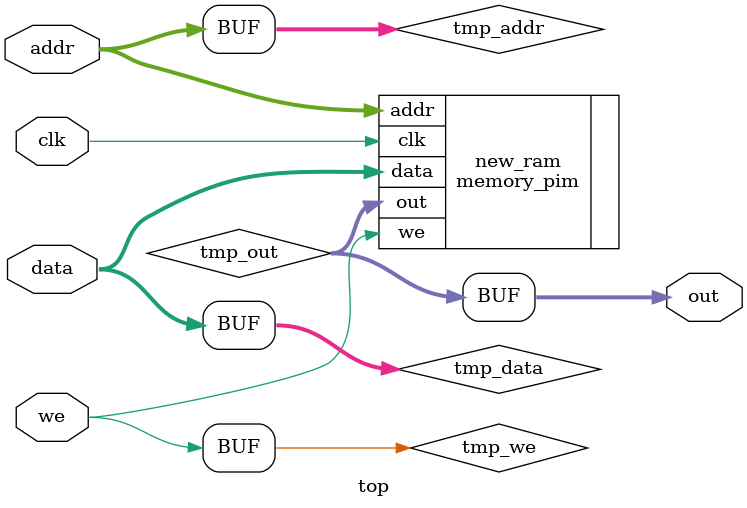
<source format=v>
/*
 * @Author: haozhang haozhang@mail.sdu.edu.cn
 * @Date: 2022-08-16 21:47:09
 * @LastEditors: haozhang haozhang@mail.sdu.edu.cn
 * @LastEditTime: 2022-08-17 22:11:40
 * @FilePath: /Smokescreen/mytest/Circuit/t2.v
 * @Description: Test Pim lib by using a some autom atom opeartions
 *
 * 
 * Copyright (c) 2022 by haozhang haozhang@mail.sdu.edu.cn, All Rights Reserved. 
 */
 
`define WIDTH_BIT 16
`define ADD_BIT 10
 
 module top(clk, data, addr, we, out);
    input	clk;
    input	[`WIDTH_BIT-1:0]	data;
    input	[`ADD_BIT-1:0]	addr;
    input	we;
    output	[`WIDTH_BIT-1:0]	out;


    wire	[`WIDTH_BIT-1:0]	tmp_data;
    wire	[`ADD_BIT-1:0]	tmp_addr;
    wire	tmp_we;
    wire	[`WIDTH_BIT-1:0]	tmp_out;


    assign tmp_data = data;
    assign tmp_addr = addr;
    assign tmp_we = we;
    assign out = tmp_out;

// defparam new_ram.ADDR_WIDTH = 9;
// defparam new_ram.DATA_WIDTH = 40;
// single_port_ram new_ram(
//   .data(tmp_data),
//   .addr(tmp_addr),
//   .we(tmp_we),
//   .out(tmp_out),
//   .clk(clk)
//   );
  defparam new_ram.ADDR_WIDTH = `ADD_BIT;
  defparam new_ram.DATA_WIDTH = `WIDTH_BIT;
  memory_pim new_ram(
    .data(tmp_data),
    .addr(tmp_addr),
    .we(tmp_we),
    .out(tmp_out),
    .clk(clk)
  );

// defparam new_ram1.ADDR_WIDTH = 10;
// defparam new_ram1.DATA_WIDTH = 32;
// single_port_ram new_ram1(
//   .clk (clk),
//   .we(we),
//   .data(datain),
//   .out(dataout1),
//   .addr(addr)
//   );


 endmodule
</source>
